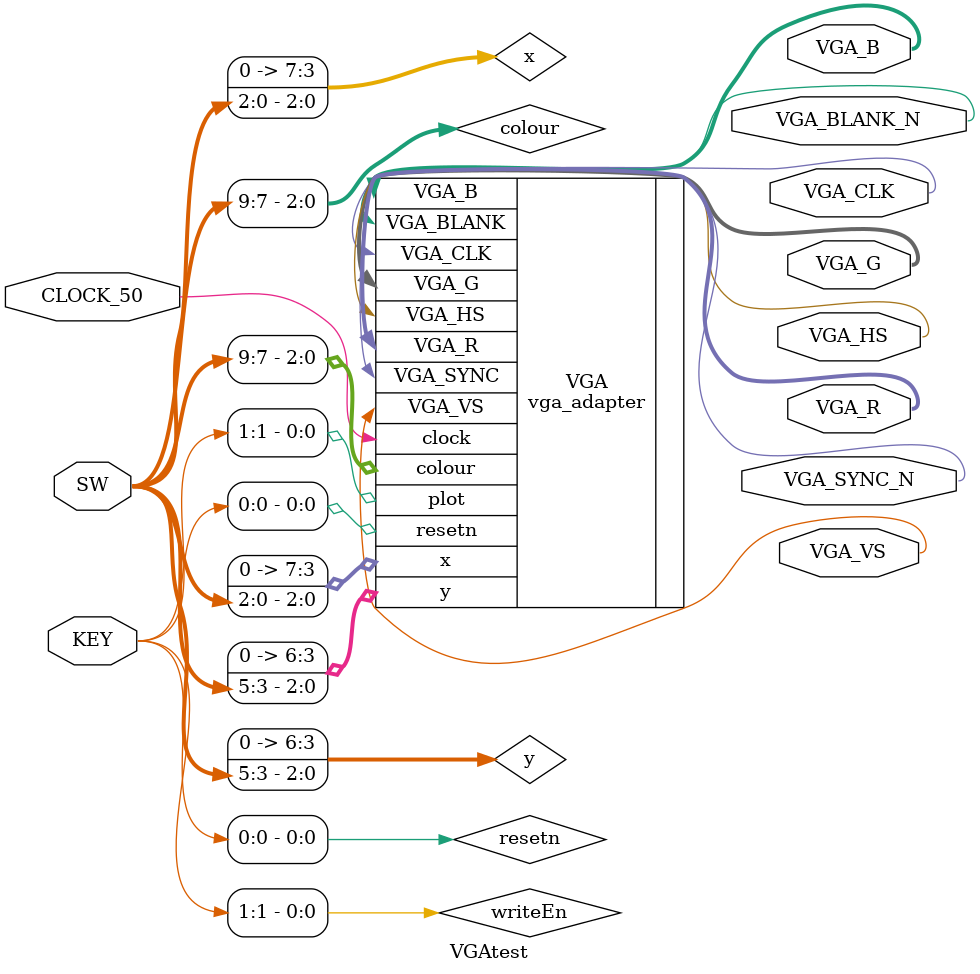
<source format=v>
`timescale 1ns / 1ns 
`include "vga_adapter/vga_adapter.v"
 `include "vga_adapter/vga_address_translator.v"
 `include "vga_adapter/vga_controller.v"
 `include "vga_adapter/vga_pll.v"
 
 

module VGAtest
	(
		CLOCK_50,						//	On Board 50 MHz
		// Your inputs and outputs here
		SW,
		KEY,
		// The ports below are for the VGA output.  Do not change.
		VGA_CLK,   						//	VGA Clock
		VGA_HS,							//	VGA H_SYNC
		VGA_VS,							//	VGA V_SYNC
		VGA_BLANK_N,						//	VGA BLANK
		VGA_SYNC_N,						//	VGA SYNC
		VGA_R,   						//	VGA Red[9:0]
		VGA_G,	 						//	VGA Green[9:0]
		VGA_B   						//	VGA Blue[9:0]
	);

	input			CLOCK_50;				//	50 MHz
	// Declare your inputs and outputs here
	input [9:0] SW;
	input [2:0] KEY;
	// Do not change the following outputs
	output			VGA_CLK;   				//	VGA Clock
	output			VGA_HS;					//	VGA H_SYNC
	output			VGA_VS;					//	VGA V_SYNC
	output			VGA_BLANK_N;				//	VGA BLANK
	output			VGA_SYNC_N;				//	VGA SYNC
	output	[9:0]	VGA_R;   				//	VGA Red[9:0]
	output	[9:0]	VGA_G;	 				//	VGA Green[9:0]
	output	[9:0]	VGA_B;   				//	VGA Blue[9:0]
	
	wire resetn;
	assign resetn = KEY[0];
	
	// Create the colour, x, y and writeEn wires that are inputs to the controller.

	wire [2:0] colour;
	wire [7:0] x;
	wire [6:0] y;
	wire writeEn;
	
	assign colour = SW[9:7];
	assign x = {5'b00000, SW[2:0]};
	assign y = {4'b0000, SW[5:3]};
	assign writeEn = KEY[1];

	// Create an Instance of a VGA controller - there can be only one!
	// Define the number of colours as well as the initial background
	// image file (.MIF) for the controller.
	vga_adapter VGA(
			.resetn(resetn),
			.clock(CLOCK_50),
			.colour(colour),
			.x(x),
			.y(y),
			.plot(writeEn),
			/* Signals for the DAC to drive the monitor. */
			.VGA_R(VGA_R),
			.VGA_G(VGA_G),
			.VGA_B(VGA_B),
			.VGA_HS(VGA_HS),
			.VGA_VS(VGA_VS),
			.VGA_BLANK(VGA_BLANK_N),
			.VGA_SYNC(VGA_SYNC_N),
			.VGA_CLK(VGA_CLK));
		defparam VGA.RESOLUTION = "160x120";
		defparam VGA.MONOCHROME = "FALSE";
		defparam VGA.BITS_PER_COLOUR_CHANNEL = 1;
		defparam VGA.BACKGROUND_IMAGE = "black.mif";
			
	// Put your code here. Your code should produce signals x,y,colour and writeEn
	// for the VGA controller, in addition to any other functionality your design may require.
	
	
endmodule

</source>
